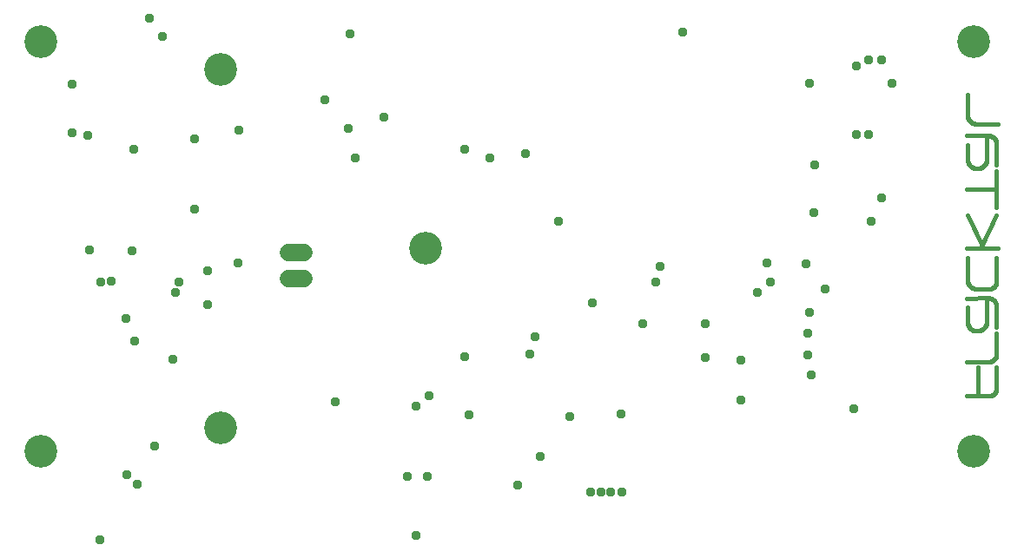
<source format=gbr>
G04 EAGLE Gerber RS-274X export*
G75*
%MOMM*%
%FSLAX34Y34*%
%LPD*%
%INSoldermask Bottom*%
%IPPOS*%
%AMOC8*
5,1,8,0,0,1.08239X$1,22.5*%
G01*
%ADD10C,3.203194*%
%ADD11C,0.406400*%
%ADD12C,1.727200*%
%ADD13C,0.959600*%


D10*
X101600Y536866D03*
X1011025Y536866D03*
X1011025Y136866D03*
X101600Y136866D03*
X276566Y509941D03*
X276696Y160061D03*
X476596Y335071D03*
D11*
X1033018Y219202D02*
X1033272Y199644D01*
X1033272Y198882D01*
X1033270Y198698D01*
X1033263Y198514D01*
X1033252Y198330D01*
X1033236Y198147D01*
X1033216Y197964D01*
X1033192Y197781D01*
X1033163Y197599D01*
X1033130Y197418D01*
X1033092Y197238D01*
X1033051Y197058D01*
X1033004Y196880D01*
X1032954Y196703D01*
X1032899Y196527D01*
X1032840Y196353D01*
X1032777Y196180D01*
X1032709Y196009D01*
X1032638Y195839D01*
X1032562Y195671D01*
X1032483Y195505D01*
X1032399Y195341D01*
X1032312Y195179D01*
X1032220Y195019D01*
X1032125Y194861D01*
X1032026Y194706D01*
X1031923Y194553D01*
X1031817Y194403D01*
X1031707Y194255D01*
X1031593Y194110D01*
X1031476Y193968D01*
X1031356Y193829D01*
X1031232Y193693D01*
X1031105Y193559D01*
X1030975Y193429D01*
X1030841Y193302D01*
X1030705Y193178D01*
X1030566Y193058D01*
X1030424Y192941D01*
X1030279Y192827D01*
X1030131Y192717D01*
X1029981Y192611D01*
X1029828Y192508D01*
X1029673Y192409D01*
X1029515Y192314D01*
X1029355Y192222D01*
X1029193Y192135D01*
X1029029Y192051D01*
X1028863Y191972D01*
X1028695Y191896D01*
X1028525Y191825D01*
X1028354Y191757D01*
X1028181Y191694D01*
X1028007Y191635D01*
X1027831Y191580D01*
X1027654Y191530D01*
X1027476Y191483D01*
X1027296Y191442D01*
X1027116Y191404D01*
X1026935Y191371D01*
X1026753Y191342D01*
X1026570Y191318D01*
X1026387Y191298D01*
X1026204Y191282D01*
X1026020Y191271D01*
X1025836Y191264D01*
X1025652Y191262D01*
X1004316Y191262D01*
X1014730Y193548D02*
X1014730Y219202D01*
X1033272Y232410D02*
X1033272Y251968D01*
X1033272Y232410D02*
X1033270Y232213D01*
X1033262Y232015D01*
X1033250Y231819D01*
X1033234Y231622D01*
X1033212Y231426D01*
X1033186Y231230D01*
X1033155Y231035D01*
X1033119Y230841D01*
X1033079Y230648D01*
X1033034Y230456D01*
X1032984Y230265D01*
X1032930Y230075D01*
X1032871Y229887D01*
X1032807Y229700D01*
X1032739Y229515D01*
X1032667Y229331D01*
X1032590Y229150D01*
X1032509Y228970D01*
X1032423Y228792D01*
X1032333Y228616D01*
X1032239Y228443D01*
X1032140Y228272D01*
X1032038Y228103D01*
X1031931Y227937D01*
X1031821Y227774D01*
X1031706Y227613D01*
X1031588Y227455D01*
X1031466Y227300D01*
X1031340Y227148D01*
X1031211Y226999D01*
X1031078Y226854D01*
X1030941Y226711D01*
X1030801Y226572D01*
X1030658Y226436D01*
X1030511Y226304D01*
X1030361Y226176D01*
X1030209Y226051D01*
X1030053Y225930D01*
X1029894Y225812D01*
X1029733Y225699D01*
X1029569Y225590D01*
X1029402Y225484D01*
X1029232Y225383D01*
X1029061Y225286D01*
X1028887Y225193D01*
X1028710Y225104D01*
X1028532Y225019D01*
X1028352Y224939D01*
X1028170Y224863D01*
X1027986Y224792D01*
X1027800Y224725D01*
X1027613Y224663D01*
X1027424Y224605D01*
X1027234Y224552D01*
X1027043Y224504D01*
X1026850Y224460D01*
X1026657Y224421D01*
X1026463Y224386D01*
X1026267Y224357D01*
X1026072Y224332D01*
X1025875Y224311D01*
X1025679Y224296D01*
X1025482Y224285D01*
X1025284Y224279D01*
X1025087Y224278D01*
X1024890Y224282D01*
X1004316Y224028D01*
X1033018Y258318D02*
X1033018Y278638D01*
X1033016Y278837D01*
X1033008Y279035D01*
X1032996Y279233D01*
X1032979Y279431D01*
X1032957Y279629D01*
X1032931Y279826D01*
X1032899Y280022D01*
X1032863Y280217D01*
X1032822Y280412D01*
X1032777Y280605D01*
X1032726Y280797D01*
X1032671Y280988D01*
X1032611Y281177D01*
X1032547Y281365D01*
X1032478Y281552D01*
X1032405Y281736D01*
X1032327Y281919D01*
X1032244Y282100D01*
X1032158Y282278D01*
X1032067Y282455D01*
X1031971Y282629D01*
X1031872Y282801D01*
X1031768Y282971D01*
X1031660Y283137D01*
X1031548Y283301D01*
X1031432Y283463D01*
X1031312Y283621D01*
X1031189Y283777D01*
X1031061Y283929D01*
X1030930Y284078D01*
X1030795Y284224D01*
X1030657Y284367D01*
X1030516Y284506D01*
X1030370Y284642D01*
X1030222Y284774D01*
X1030071Y284903D01*
X1029916Y285028D01*
X1029759Y285149D01*
X1029598Y285266D01*
X1029435Y285379D01*
X1029269Y285488D01*
X1029100Y285593D01*
X1028929Y285694D01*
X1028755Y285790D01*
X1028580Y285883D01*
X1028401Y285971D01*
X1028221Y286055D01*
X1028039Y286134D01*
X1027855Y286209D01*
X1027669Y286279D01*
X1027482Y286345D01*
X1027293Y286406D01*
X1027102Y286462D01*
X1026911Y286514D01*
X1026718Y286561D01*
X1026523Y286603D01*
X1026328Y286641D01*
X1026133Y286674D01*
X1025936Y286702D01*
X1025739Y286725D01*
X1025541Y286744D01*
X1025343Y286757D01*
X1025144Y286766D01*
X1004062Y286512D01*
X1005078Y277622D02*
X1005078Y263398D01*
X1005081Y263183D01*
X1005088Y262967D01*
X1005101Y262752D01*
X1005120Y262537D01*
X1005143Y262323D01*
X1005172Y262110D01*
X1005206Y261897D01*
X1005245Y261685D01*
X1005289Y261474D01*
X1005338Y261264D01*
X1005392Y261056D01*
X1005451Y260849D01*
X1005515Y260643D01*
X1005585Y260439D01*
X1005659Y260237D01*
X1005738Y260036D01*
X1005822Y259838D01*
X1005910Y259641D01*
X1006004Y259447D01*
X1006102Y259255D01*
X1006204Y259066D01*
X1006312Y258879D01*
X1006423Y258695D01*
X1006540Y258513D01*
X1006660Y258335D01*
X1006785Y258159D01*
X1006914Y257986D01*
X1007047Y257817D01*
X1007184Y257651D01*
X1007325Y257488D01*
X1007471Y257329D01*
X1007620Y257173D01*
X1007772Y257021D01*
X1007928Y256873D01*
X1008088Y256728D01*
X1008252Y256588D01*
X1008418Y256451D01*
X1008588Y256319D01*
X1008761Y256190D01*
X1008937Y256066D01*
X1009116Y255946D01*
X1009298Y255831D01*
X1009483Y255720D01*
X1009670Y255613D01*
X1009860Y255512D01*
X1010053Y255414D01*
X1010247Y255322D01*
X1010444Y255234D01*
X1010643Y255151D01*
X1010843Y255072D01*
X1011046Y254999D01*
X1011250Y254931D01*
X1011456Y254867D01*
X1011664Y254809D01*
X1011872Y254755D01*
X1012082Y254707D01*
X1012293Y254664D01*
X1012505Y254626D01*
X1012718Y254593D01*
X1012932Y254565D01*
X1013146Y254542D01*
X1013361Y254525D01*
X1013576Y254513D01*
X1013792Y254506D01*
X1014007Y254504D01*
X1014222Y254508D01*
X1014467Y254518D01*
X1014711Y254534D01*
X1014954Y254555D01*
X1015197Y254583D01*
X1015439Y254617D01*
X1015680Y254656D01*
X1015921Y254702D01*
X1016160Y254753D01*
X1016397Y254810D01*
X1016634Y254873D01*
X1016868Y254941D01*
X1017101Y255015D01*
X1017332Y255095D01*
X1017561Y255181D01*
X1017788Y255272D01*
X1018013Y255368D01*
X1018235Y255470D01*
X1018454Y255578D01*
X1018671Y255690D01*
X1018885Y255808D01*
X1019097Y255932D01*
X1019305Y256060D01*
X1019510Y256193D01*
X1019711Y256331D01*
X1019909Y256474D01*
X1020104Y256622D01*
X1020295Y256775D01*
X1020482Y256932D01*
X1020665Y257094D01*
X1020845Y257260D01*
X1021020Y257431D01*
X1021191Y257605D01*
X1021358Y257784D01*
X1021520Y257967D01*
X1021678Y258154D01*
X1021831Y258344D01*
X1021979Y258538D01*
X1022123Y258736D01*
X1022262Y258937D01*
X1022396Y259142D01*
X1022525Y259350D01*
X1022648Y259560D01*
X1022767Y259774D01*
X1022880Y259991D01*
X1022988Y260210D01*
X1023091Y260432D01*
X1023188Y260656D01*
X1023280Y260883D01*
X1023366Y261112D01*
X1023366Y284734D01*
X1033272Y303276D02*
X1033272Y325628D01*
X1033272Y303276D02*
X1033270Y303083D01*
X1033263Y302889D01*
X1033251Y302696D01*
X1033234Y302504D01*
X1033213Y302311D01*
X1033187Y302120D01*
X1033156Y301929D01*
X1033121Y301739D01*
X1033081Y301549D01*
X1033037Y301361D01*
X1032988Y301174D01*
X1032934Y300988D01*
X1032876Y300804D01*
X1032813Y300621D01*
X1032746Y300440D01*
X1032674Y300260D01*
X1032598Y300082D01*
X1032518Y299906D01*
X1032434Y299732D01*
X1032345Y299560D01*
X1032252Y299391D01*
X1032155Y299224D01*
X1032054Y299059D01*
X1031948Y298896D01*
X1031839Y298737D01*
X1031726Y298580D01*
X1031610Y298425D01*
X1031489Y298274D01*
X1031365Y298126D01*
X1031237Y297981D01*
X1031106Y297839D01*
X1030971Y297700D01*
X1030833Y297564D01*
X1030692Y297432D01*
X1030548Y297304D01*
X1030400Y297179D01*
X1030249Y297057D01*
X1030096Y296940D01*
X1029939Y296826D01*
X1029780Y296716D01*
X1029619Y296610D01*
X1029454Y296508D01*
X1029288Y296410D01*
X1029119Y296316D01*
X1028947Y296226D01*
X1028774Y296141D01*
X1028598Y296060D01*
X1028421Y295983D01*
X1028242Y295910D01*
X1028061Y295842D01*
X1027878Y295778D01*
X1027694Y295719D01*
X1027508Y295664D01*
X1027322Y295614D01*
X1027134Y295569D01*
X1026945Y295528D01*
X1026755Y295491D01*
X1026564Y295460D01*
X1026372Y295433D01*
X1026180Y295410D01*
X1025988Y295393D01*
X1025795Y295380D01*
X1025602Y295372D01*
X1025408Y295368D01*
X1025215Y295369D01*
X1025021Y295375D01*
X1024828Y295386D01*
X1024636Y295402D01*
X1013206Y295656D01*
X1013001Y295663D01*
X1012796Y295675D01*
X1012591Y295692D01*
X1012387Y295714D01*
X1012183Y295741D01*
X1011981Y295773D01*
X1011779Y295809D01*
X1011578Y295851D01*
X1011378Y295898D01*
X1011179Y295949D01*
X1010981Y296005D01*
X1010785Y296066D01*
X1010591Y296131D01*
X1010398Y296202D01*
X1010207Y296277D01*
X1010017Y296356D01*
X1009830Y296440D01*
X1009645Y296529D01*
X1009462Y296622D01*
X1009281Y296719D01*
X1009103Y296821D01*
X1008927Y296927D01*
X1008754Y297038D01*
X1008584Y297152D01*
X1008416Y297271D01*
X1008251Y297394D01*
X1008090Y297520D01*
X1007931Y297651D01*
X1007776Y297785D01*
X1007624Y297923D01*
X1007475Y298065D01*
X1007330Y298210D01*
X1007189Y298359D01*
X1007051Y298511D01*
X1006917Y298666D01*
X1006786Y298825D01*
X1006660Y298986D01*
X1006537Y299151D01*
X1006419Y299319D01*
X1006304Y299489D01*
X1006194Y299662D01*
X1006088Y299838D01*
X1005986Y300016D01*
X1005889Y300197D01*
X1005796Y300380D01*
X1005707Y300565D01*
X1005623Y300753D01*
X1005544Y300942D01*
X1005469Y301133D01*
X1005399Y301326D01*
X1005333Y301521D01*
X1005272Y301717D01*
X1005217Y301914D01*
X1005165Y302113D01*
X1005119Y302313D01*
X1005078Y302514D01*
X1004824Y325628D01*
X1018032Y335280D02*
X1034288Y335280D01*
X1018032Y335280D02*
X1004062Y335280D01*
X1018032Y335280D02*
X1033272Y367284D01*
X1004570Y367284D02*
X1019048Y338074D01*
X1032764Y374904D02*
X1032764Y410464D01*
X1033018Y392938D02*
X1004316Y392938D01*
X1033018Y416814D02*
X1033018Y437134D01*
X1033016Y437333D01*
X1033008Y437531D01*
X1032996Y437729D01*
X1032979Y437927D01*
X1032957Y438125D01*
X1032931Y438322D01*
X1032899Y438518D01*
X1032863Y438713D01*
X1032822Y438908D01*
X1032777Y439101D01*
X1032726Y439293D01*
X1032671Y439484D01*
X1032611Y439673D01*
X1032547Y439861D01*
X1032478Y440048D01*
X1032405Y440232D01*
X1032327Y440415D01*
X1032244Y440596D01*
X1032158Y440774D01*
X1032067Y440951D01*
X1031971Y441125D01*
X1031872Y441297D01*
X1031768Y441467D01*
X1031660Y441633D01*
X1031548Y441797D01*
X1031432Y441959D01*
X1031312Y442117D01*
X1031189Y442273D01*
X1031061Y442425D01*
X1030930Y442574D01*
X1030795Y442720D01*
X1030657Y442863D01*
X1030516Y443002D01*
X1030370Y443138D01*
X1030222Y443270D01*
X1030071Y443399D01*
X1029916Y443524D01*
X1029759Y443645D01*
X1029598Y443762D01*
X1029435Y443875D01*
X1029269Y443984D01*
X1029100Y444089D01*
X1028929Y444190D01*
X1028755Y444286D01*
X1028580Y444379D01*
X1028401Y444467D01*
X1028221Y444551D01*
X1028039Y444630D01*
X1027855Y444705D01*
X1027669Y444775D01*
X1027482Y444841D01*
X1027293Y444902D01*
X1027102Y444958D01*
X1026911Y445010D01*
X1026718Y445057D01*
X1026523Y445099D01*
X1026328Y445137D01*
X1026133Y445170D01*
X1025936Y445198D01*
X1025739Y445221D01*
X1025541Y445240D01*
X1025343Y445253D01*
X1025144Y445262D01*
X1004062Y445008D01*
X1005078Y436118D02*
X1005078Y421894D01*
X1005081Y421679D01*
X1005088Y421463D01*
X1005101Y421248D01*
X1005120Y421033D01*
X1005143Y420819D01*
X1005172Y420606D01*
X1005206Y420393D01*
X1005245Y420181D01*
X1005289Y419970D01*
X1005338Y419760D01*
X1005392Y419552D01*
X1005451Y419345D01*
X1005515Y419139D01*
X1005585Y418935D01*
X1005659Y418733D01*
X1005738Y418532D01*
X1005822Y418334D01*
X1005910Y418137D01*
X1006004Y417943D01*
X1006102Y417751D01*
X1006204Y417562D01*
X1006312Y417375D01*
X1006423Y417191D01*
X1006540Y417009D01*
X1006660Y416831D01*
X1006785Y416655D01*
X1006914Y416482D01*
X1007047Y416313D01*
X1007184Y416147D01*
X1007325Y415984D01*
X1007471Y415825D01*
X1007620Y415669D01*
X1007772Y415517D01*
X1007928Y415369D01*
X1008088Y415224D01*
X1008252Y415084D01*
X1008418Y414947D01*
X1008588Y414815D01*
X1008761Y414686D01*
X1008937Y414562D01*
X1009116Y414442D01*
X1009298Y414327D01*
X1009483Y414216D01*
X1009670Y414109D01*
X1009860Y414008D01*
X1010053Y413910D01*
X1010247Y413818D01*
X1010444Y413730D01*
X1010643Y413647D01*
X1010843Y413568D01*
X1011046Y413495D01*
X1011250Y413427D01*
X1011456Y413363D01*
X1011664Y413305D01*
X1011872Y413251D01*
X1012082Y413203D01*
X1012293Y413160D01*
X1012505Y413122D01*
X1012718Y413089D01*
X1012932Y413061D01*
X1013146Y413038D01*
X1013361Y413021D01*
X1013576Y413009D01*
X1013792Y413002D01*
X1014007Y413000D01*
X1014222Y413004D01*
X1014467Y413014D01*
X1014711Y413030D01*
X1014954Y413051D01*
X1015197Y413079D01*
X1015439Y413113D01*
X1015680Y413152D01*
X1015921Y413198D01*
X1016160Y413249D01*
X1016397Y413306D01*
X1016634Y413369D01*
X1016868Y413437D01*
X1017101Y413511D01*
X1017332Y413591D01*
X1017561Y413677D01*
X1017788Y413768D01*
X1018013Y413864D01*
X1018235Y413966D01*
X1018454Y414074D01*
X1018671Y414186D01*
X1018885Y414304D01*
X1019097Y414428D01*
X1019305Y414556D01*
X1019510Y414689D01*
X1019711Y414827D01*
X1019909Y414970D01*
X1020104Y415118D01*
X1020295Y415271D01*
X1020482Y415428D01*
X1020665Y415590D01*
X1020845Y415756D01*
X1021020Y415927D01*
X1021191Y416101D01*
X1021358Y416280D01*
X1021520Y416463D01*
X1021678Y416650D01*
X1021831Y416840D01*
X1021979Y417034D01*
X1022123Y417232D01*
X1022262Y417433D01*
X1022396Y417638D01*
X1022525Y417846D01*
X1022648Y418056D01*
X1022767Y418270D01*
X1022880Y418487D01*
X1022988Y418706D01*
X1023091Y418928D01*
X1023188Y419152D01*
X1023280Y419379D01*
X1023366Y419608D01*
X1023366Y443230D01*
X1013206Y456692D02*
X1034542Y456692D01*
X1013206Y456692D02*
X1013006Y456694D01*
X1012805Y456702D01*
X1012605Y456714D01*
X1012406Y456731D01*
X1012206Y456753D01*
X1012008Y456780D01*
X1011810Y456812D01*
X1011613Y456849D01*
X1011417Y456890D01*
X1011222Y456937D01*
X1011028Y456988D01*
X1010835Y457044D01*
X1010644Y457104D01*
X1010455Y457169D01*
X1010267Y457239D01*
X1010081Y457314D01*
X1009897Y457393D01*
X1009714Y457476D01*
X1009534Y457564D01*
X1009356Y457656D01*
X1009181Y457753D01*
X1009008Y457854D01*
X1008837Y457959D01*
X1008669Y458068D01*
X1008504Y458182D01*
X1008341Y458299D01*
X1008182Y458420D01*
X1008025Y458546D01*
X1007872Y458675D01*
X1007722Y458807D01*
X1007575Y458944D01*
X1007431Y459084D01*
X1007291Y459227D01*
X1007155Y459374D01*
X1007022Y459524D01*
X1006893Y459678D01*
X1006768Y459834D01*
X1006647Y459993D01*
X1006529Y460156D01*
X1006416Y460321D01*
X1006306Y460489D01*
X1006201Y460660D01*
X1006100Y460833D01*
X1006004Y461009D01*
X1005911Y461186D01*
X1005823Y461367D01*
X1005740Y461549D01*
X1005661Y461733D01*
X1005587Y461919D01*
X1005517Y462107D01*
X1005451Y462296D01*
X1005391Y462488D01*
X1005335Y462680D01*
X1005284Y462874D01*
X1005238Y463069D01*
X1005196Y463265D01*
X1005159Y463462D01*
X1005128Y463660D01*
X1005101Y463858D01*
X1005078Y464058D01*
X1004824Y484886D01*
D12*
X357759Y331470D02*
X342519Y331470D01*
X342519Y306070D02*
X357759Y306070D01*
D13*
X207010Y559590D03*
X191770Y431800D03*
X251460Y441960D03*
X251460Y373380D03*
X467360Y181610D03*
X582930Y248920D03*
X170180Y302966D03*
X467360Y55146D03*
X911058Y361482D03*
X605790Y361950D03*
X480060Y191770D03*
X160020Y302260D03*
X158750Y50800D03*
X459006Y112494D03*
X478056Y112494D03*
X896620Y513080D03*
X896620Y446558D03*
X727075Y546100D03*
X908050Y446558D03*
X908050Y519430D03*
X566420Y104140D03*
X577850Y231775D03*
X809244Y321056D03*
X638810Y281940D03*
X704850Y317500D03*
X293370Y321310D03*
X435610Y463550D03*
X812800Y302260D03*
X701040Y302260D03*
X236220Y302260D03*
X401320Y452120D03*
X514350Y431456D03*
X514350Y229334D03*
X519331Y172720D03*
X617505Y171450D03*
X800100Y292100D03*
X688340Y261620D03*
X866140Y295275D03*
X539115Y423545D03*
X232946Y292100D03*
X407862Y423102D03*
X637540Y97790D03*
X193040Y245110D03*
X264160Y280670D03*
X264160Y313578D03*
X294640Y450850D03*
X378460Y480060D03*
X647700Y97790D03*
X184150Y266700D03*
X131854Y448310D03*
X131854Y495526D03*
X657296Y97254D03*
X195388Y105218D03*
X930910Y496286D03*
X850900Y496286D03*
X668020Y97790D03*
X185420Y114300D03*
X212090Y142240D03*
X229870Y227330D03*
X666750Y173990D03*
X894080Y179070D03*
X847884Y320040D03*
X855237Y369979D03*
X855934Y416913D03*
X849503Y251968D03*
X749300Y228600D03*
X749300Y261620D03*
X850900Y272415D03*
X574294Y427736D03*
X852551Y211455D03*
X784225Y187325D03*
X783590Y226060D03*
X849503Y231267D03*
X588010Y132080D03*
X388620Y185420D03*
X147546Y445770D03*
X148590Y334010D03*
X190692Y332548D03*
X219710Y542064D03*
X402590Y544830D03*
X920750Y519430D03*
X920750Y384175D03*
M02*

</source>
